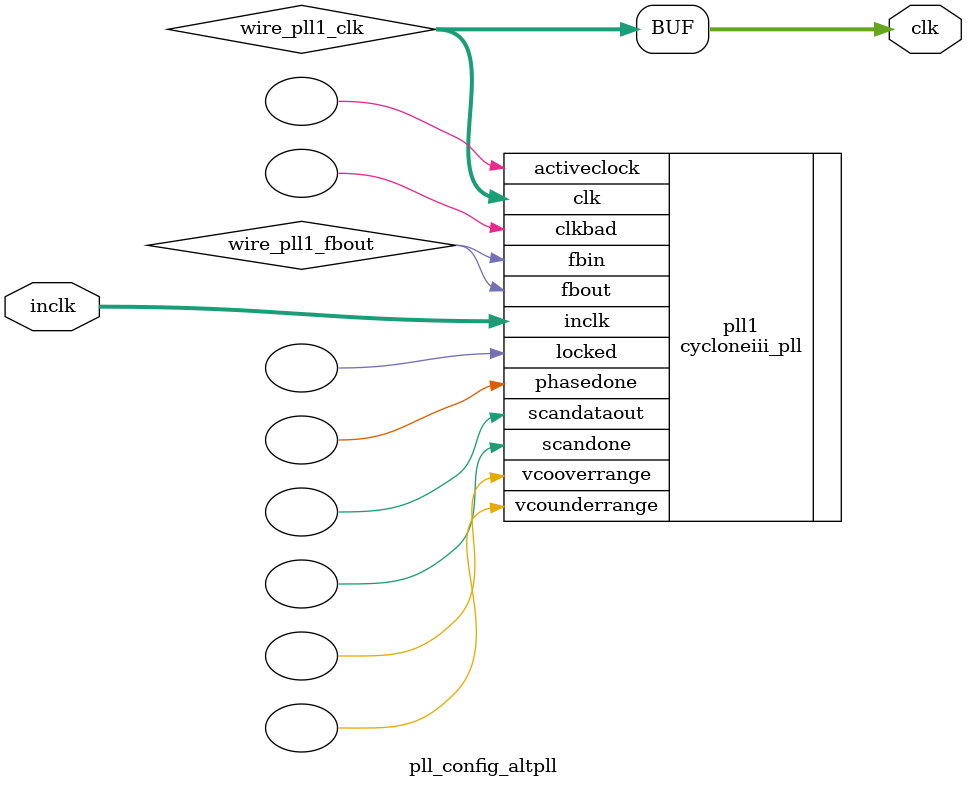
<source format=v>






//synthesis_resources = cycloneiii_pll 1 
//synopsys translate_off
`timescale 1 ps / 1 ps
//synopsys translate_on
module  pll_config_altpll
	( 
	clk,
	inclk) /* synthesis synthesis_clearbox=1 */;
	output   [4:0]  clk;
	input   [1:0]  inclk;
`ifndef ALTERA_RESERVED_QIS
// synopsys translate_off
`endif
	tri0   [1:0]  inclk;
`ifndef ALTERA_RESERVED_QIS
// synopsys translate_on
`endif

	wire  [4:0]   wire_pll1_clk;
	wire  wire_pll1_fbout;

	cycloneiii_pll   pll1
	( 
	.activeclock(),
	.clk(wire_pll1_clk),
	.clkbad(),
	.fbin(wire_pll1_fbout),
	.fbout(wire_pll1_fbout),
	.inclk(inclk),
	.locked(),
	.phasedone(),
	.scandataout(),
	.scandone(),
	.vcooverrange(),
	.vcounderrange()
	`ifndef FORMAL_VERIFICATION
	// synopsys translate_off
	`endif
	,
	.areset(1'b0),
	.clkswitch(1'b0),
	.configupdate(1'b0),
	.pfdena(1'b1),
	.phasecounterselect({3{1'b0}}),
	.phasestep(1'b0),
	.phaseupdown(1'b0),
	.scanclk(1'b0),
	.scanclkena(1'b1),
	.scandata(1'b0)
	`ifndef FORMAL_VERIFICATION
	// synopsys translate_on
	`endif
	);
	defparam
		pll1.bandwidth_type = "auto",
		pll1.clk0_divide_by = 5,
		pll1.clk0_duty_cycle = 50,
		pll1.clk0_multiply_by = 8,
		pll1.clk0_phase_shift = "0",
		pll1.compensate_clock = "clk0",
		pll1.inclk0_input_frequency = 20000,
		pll1.operation_mode = "normal",
		pll1.pll_type = "auto",
		pll1.lpm_type = "cycloneiii_pll";
	assign
		clk = {wire_pll1_clk[4:0]};
endmodule //pll_config_altpll
//VALID FILE

</source>
